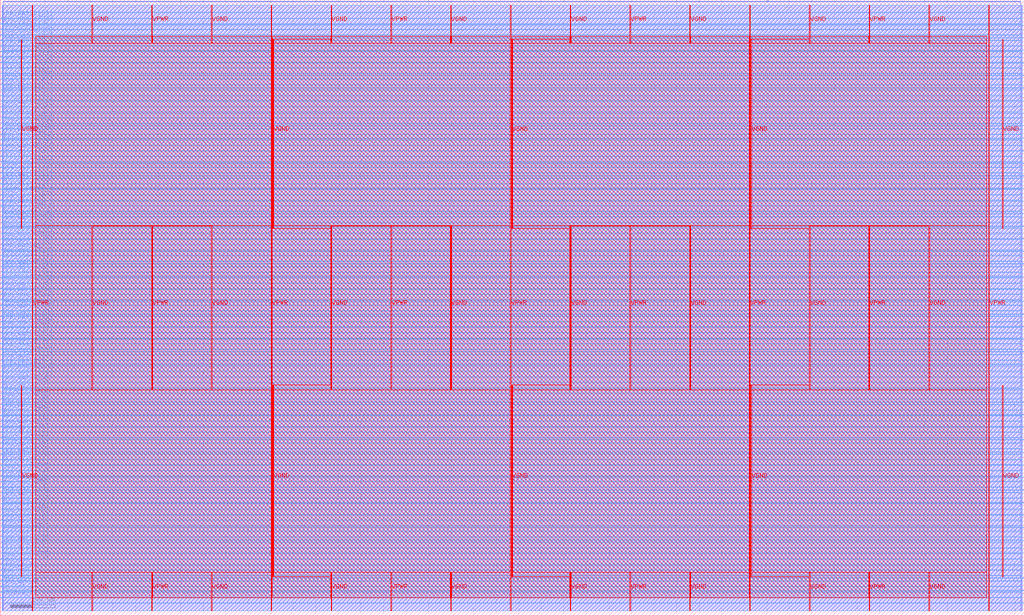
<source format=lef>
VERSION 5.7 ;
  NOWIREEXTENSIONATPIN ON ;
  DIVIDERCHAR "/" ;
  BUSBITCHARS "[]" ;
MACRO pyfive_top
  CLASS BLOCK ;
  FOREIGN pyfive_top ;
  ORIGIN 0.000 0.000 ;
  SIZE 2270.680 BY 1367.170 ;
  PIN VGND
    DIRECTION INOUT ;
    USE GROUND ;
    PORT
      LAYER met4 ;
        RECT 203.295 10.640 204.895 95.820 ;
    END
    PORT
      LAYER met4 ;
        RECT 203.295 501.680 204.895 865.490 ;
    END
    PORT
      LAYER met4 ;
        RECT 203.295 1271.350 204.895 1354.800 ;
    END
    PORT
      LAYER met4 ;
        RECT 468.445 10.640 470.045 95.820 ;
    END
    PORT
      LAYER met4 ;
        RECT 468.445 501.680 470.045 865.490 ;
    END
    PORT
      LAYER met4 ;
        RECT 468.445 1271.350 470.045 1354.800 ;
    END
    PORT
      LAYER met4 ;
        RECT 733.595 10.640 735.195 95.820 ;
    END
    PORT
      LAYER met4 ;
        RECT 733.595 501.680 735.195 865.490 ;
    END
    PORT
      LAYER met4 ;
        RECT 733.595 1271.350 735.195 1354.800 ;
    END
    PORT
      LAYER met4 ;
        RECT 998.745 10.640 1000.345 95.820 ;
    END
    PORT
      LAYER met4 ;
        RECT 998.745 501.680 1000.345 865.490 ;
    END
    PORT
      LAYER met4 ;
        RECT 998.745 1271.350 1000.345 1354.800 ;
    END
    PORT
      LAYER met4 ;
        RECT 1263.895 10.640 1265.495 95.820 ;
    END
    PORT
      LAYER met4 ;
        RECT 1263.895 501.680 1265.495 865.490 ;
    END
    PORT
      LAYER met4 ;
        RECT 1263.895 1271.350 1265.495 1354.800 ;
    END
    PORT
      LAYER met4 ;
        RECT 1529.045 10.640 1530.645 95.820 ;
    END
    PORT
      LAYER met4 ;
        RECT 1529.045 501.680 1530.645 865.490 ;
    END
    PORT
      LAYER met4 ;
        RECT 1529.045 1271.350 1530.645 1354.800 ;
    END
    PORT
      LAYER met4 ;
        RECT 1794.195 10.640 1795.795 95.820 ;
    END
    PORT
      LAYER met4 ;
        RECT 1794.195 501.680 1795.795 865.490 ;
    END
    PORT
      LAYER met4 ;
        RECT 1794.195 1271.350 1795.795 1354.800 ;
    END
    PORT
      LAYER met4 ;
        RECT 2059.345 10.640 2060.945 95.820 ;
    END
    PORT
      LAYER met4 ;
        RECT 2059.345 501.680 2060.945 865.490 ;
    END
    PORT
      LAYER met4 ;
        RECT 2059.345 1271.350 2060.945 1354.800 ;
    END
    PORT
      LAYER met4 ;
        RECT 46.580 86.800 48.180 511.600 ;
    END
    PORT
      LAYER met4 ;
        RECT 604.100 859.280 605.700 1278.640 ;
    END
    PORT
      LAYER met4 ;
        RECT 46.580 859.280 48.180 1278.640 ;
    END
    PORT
      LAYER met4 ;
        RECT 604.100 86.800 605.700 511.600 ;
    END
    PORT
      LAYER met4 ;
        RECT 1134.020 86.800 1135.620 511.600 ;
    END
    PORT
      LAYER met4 ;
        RECT 1664.860 859.280 1666.460 1278.640 ;
    END
    PORT
      LAYER met4 ;
        RECT 1134.020 859.280 1135.620 1278.640 ;
    END
    PORT
      LAYER met4 ;
        RECT 1664.860 86.800 1666.460 511.600 ;
    END
    PORT
      LAYER met4 ;
        RECT 2222.380 86.800 2223.980 511.600 ;
    END
    PORT
      LAYER met4 ;
        RECT 2222.380 859.280 2223.980 1278.640 ;
    END
  END VGND
  PIN VPWR
    DIRECTION INOUT ;
    USE POWER ;
    PORT
      LAYER met4 ;
        RECT 70.720 10.640 72.320 1354.800 ;
    END
    PORT
      LAYER met4 ;
        RECT 335.870 10.640 337.470 95.820 ;
    END
    PORT
      LAYER met4 ;
        RECT 335.870 501.680 337.470 864.870 ;
    END
    PORT
      LAYER met4 ;
        RECT 335.870 1271.350 337.470 1354.800 ;
    END
    PORT
      LAYER met4 ;
        RECT 601.020 10.640 602.620 1354.800 ;
    END
    PORT
      LAYER met4 ;
        RECT 866.170 10.640 867.770 95.820 ;
    END
    PORT
      LAYER met4 ;
        RECT 866.170 501.680 867.770 864.870 ;
    END
    PORT
      LAYER met4 ;
        RECT 866.170 1271.350 867.770 1354.800 ;
    END
    PORT
      LAYER met4 ;
        RECT 1131.320 10.640 1132.920 1354.800 ;
    END
    PORT
      LAYER met4 ;
        RECT 1396.470 10.640 1398.070 95.820 ;
    END
    PORT
      LAYER met4 ;
        RECT 1396.470 501.680 1398.070 864.870 ;
    END
    PORT
      LAYER met4 ;
        RECT 1396.470 1271.350 1398.070 1354.800 ;
    END
    PORT
      LAYER met4 ;
        RECT 1661.620 10.640 1663.220 1354.800 ;
    END
    PORT
      LAYER met4 ;
        RECT 1926.770 10.640 1928.370 95.820 ;
    END
    PORT
      LAYER met4 ;
        RECT 1926.770 501.680 1928.370 864.870 ;
    END
    PORT
      LAYER met4 ;
        RECT 1926.770 1271.350 1928.370 1354.800 ;
    END
    PORT
      LAYER met4 ;
        RECT 2191.920 10.640 2193.520 1354.800 ;
    END
  END VPWR
  PIN io_in[0]
    DIRECTION INPUT ;
    USE SIGNAL ;
    PORT
      LAYER met3 ;
        RECT 2266.680 27.920 2270.680 28.520 ;
    END
  END io_in[0]
  PIN io_in[10]
    DIRECTION INPUT ;
    USE SIGNAL ;
    PORT
      LAYER met3 ;
        RECT 2266.680 864.320 2270.680 864.920 ;
    END
  END io_in[10]
  PIN io_in[11]
    DIRECTION INPUT ;
    USE SIGNAL ;
    PORT
      LAYER met3 ;
        RECT 2266.680 947.960 2270.680 948.560 ;
    END
  END io_in[11]
  PIN io_in[12]
    DIRECTION INPUT ;
    USE SIGNAL ;
    PORT
      LAYER met3 ;
        RECT 2266.680 1031.600 2270.680 1032.200 ;
    END
  END io_in[12]
  PIN io_in[13]
    DIRECTION INPUT ;
    USE SIGNAL ;
    PORT
      LAYER met3 ;
        RECT 2266.680 1115.240 2270.680 1115.840 ;
    END
  END io_in[13]
  PIN io_in[14]
    DIRECTION INPUT ;
    USE SIGNAL ;
    PORT
      LAYER met3 ;
        RECT 2266.680 1198.880 2270.680 1199.480 ;
    END
  END io_in[14]
  PIN io_in[15]
    DIRECTION INPUT ;
    USE SIGNAL ;
    PORT
      LAYER met3 ;
        RECT 2266.680 1282.520 2270.680 1283.120 ;
    END
  END io_in[15]
  PIN io_in[1]
    DIRECTION INPUT ;
    USE SIGNAL ;
    PORT
      LAYER met3 ;
        RECT 2266.680 111.560 2270.680 112.160 ;
    END
  END io_in[1]
  PIN io_in[2]
    DIRECTION INPUT ;
    USE SIGNAL ;
    PORT
      LAYER met3 ;
        RECT 2266.680 195.200 2270.680 195.800 ;
    END
  END io_in[2]
  PIN io_in[3]
    DIRECTION INPUT ;
    USE SIGNAL ;
    PORT
      LAYER met3 ;
        RECT 2266.680 278.840 2270.680 279.440 ;
    END
  END io_in[3]
  PIN io_in[4]
    DIRECTION INPUT ;
    USE SIGNAL ;
    PORT
      LAYER met3 ;
        RECT 2266.680 362.480 2270.680 363.080 ;
    END
  END io_in[4]
  PIN io_in[5]
    DIRECTION INPUT ;
    USE SIGNAL ;
    PORT
      LAYER met3 ;
        RECT 2266.680 446.120 2270.680 446.720 ;
    END
  END io_in[5]
  PIN io_in[6]
    DIRECTION INPUT ;
    USE SIGNAL ;
    PORT
      LAYER met3 ;
        RECT 2266.680 529.760 2270.680 530.360 ;
    END
  END io_in[6]
  PIN io_in[7]
    DIRECTION INPUT ;
    USE SIGNAL ;
    PORT
      LAYER met3 ;
        RECT 2266.680 613.400 2270.680 614.000 ;
    END
  END io_in[7]
  PIN io_in[8]
    DIRECTION INPUT ;
    USE SIGNAL ;
    PORT
      LAYER met3 ;
        RECT 2266.680 697.040 2270.680 697.640 ;
    END
  END io_in[8]
  PIN io_in[9]
    DIRECTION INPUT ;
    USE SIGNAL ;
    PORT
      LAYER met3 ;
        RECT 2266.680 780.680 2270.680 781.280 ;
    END
  END io_in[9]
  PIN io_oeb[0]
    DIRECTION OUTPUT TRISTATE ;
    USE SIGNAL ;
    PORT
      LAYER met3 ;
        RECT 2266.680 55.800 2270.680 56.400 ;
    END
  END io_oeb[0]
  PIN io_oeb[10]
    DIRECTION OUTPUT TRISTATE ;
    USE SIGNAL ;
    PORT
      LAYER met3 ;
        RECT 2266.680 892.200 2270.680 892.800 ;
    END
  END io_oeb[10]
  PIN io_oeb[11]
    DIRECTION OUTPUT TRISTATE ;
    USE SIGNAL ;
    PORT
      LAYER met3 ;
        RECT 2266.680 975.840 2270.680 976.440 ;
    END
  END io_oeb[11]
  PIN io_oeb[12]
    DIRECTION OUTPUT TRISTATE ;
    USE SIGNAL ;
    PORT
      LAYER met3 ;
        RECT 2266.680 1059.480 2270.680 1060.080 ;
    END
  END io_oeb[12]
  PIN io_oeb[13]
    DIRECTION OUTPUT TRISTATE ;
    USE SIGNAL ;
    PORT
      LAYER met3 ;
        RECT 2266.680 1143.120 2270.680 1143.720 ;
    END
  END io_oeb[13]
  PIN io_oeb[14]
    DIRECTION OUTPUT TRISTATE ;
    USE SIGNAL ;
    PORT
      LAYER met3 ;
        RECT 2266.680 1226.760 2270.680 1227.360 ;
    END
  END io_oeb[14]
  PIN io_oeb[15]
    DIRECTION OUTPUT TRISTATE ;
    USE SIGNAL ;
    PORT
      LAYER met3 ;
        RECT 2266.680 1310.400 2270.680 1311.000 ;
    END
  END io_oeb[15]
  PIN io_oeb[1]
    DIRECTION OUTPUT TRISTATE ;
    USE SIGNAL ;
    PORT
      LAYER met3 ;
        RECT 2266.680 139.440 2270.680 140.040 ;
    END
  END io_oeb[1]
  PIN io_oeb[2]
    DIRECTION OUTPUT TRISTATE ;
    USE SIGNAL ;
    PORT
      LAYER met3 ;
        RECT 2266.680 223.080 2270.680 223.680 ;
    END
  END io_oeb[2]
  PIN io_oeb[3]
    DIRECTION OUTPUT TRISTATE ;
    USE SIGNAL ;
    PORT
      LAYER met3 ;
        RECT 2266.680 306.720 2270.680 307.320 ;
    END
  END io_oeb[3]
  PIN io_oeb[4]
    DIRECTION OUTPUT TRISTATE ;
    USE SIGNAL ;
    PORT
      LAYER met3 ;
        RECT 2266.680 390.360 2270.680 390.960 ;
    END
  END io_oeb[4]
  PIN io_oeb[5]
    DIRECTION OUTPUT TRISTATE ;
    USE SIGNAL ;
    PORT
      LAYER met3 ;
        RECT 2266.680 474.000 2270.680 474.600 ;
    END
  END io_oeb[5]
  PIN io_oeb[6]
    DIRECTION OUTPUT TRISTATE ;
    USE SIGNAL ;
    PORT
      LAYER met3 ;
        RECT 2266.680 557.640 2270.680 558.240 ;
    END
  END io_oeb[6]
  PIN io_oeb[7]
    DIRECTION OUTPUT TRISTATE ;
    USE SIGNAL ;
    PORT
      LAYER met3 ;
        RECT 2266.680 641.280 2270.680 641.880 ;
    END
  END io_oeb[7]
  PIN io_oeb[8]
    DIRECTION OUTPUT TRISTATE ;
    USE SIGNAL ;
    PORT
      LAYER met3 ;
        RECT 2266.680 724.920 2270.680 725.520 ;
    END
  END io_oeb[8]
  PIN io_oeb[9]
    DIRECTION OUTPUT TRISTATE ;
    USE SIGNAL ;
    PORT
      LAYER met3 ;
        RECT 2266.680 808.560 2270.680 809.160 ;
    END
  END io_oeb[9]
  PIN io_out[0]
    DIRECTION OUTPUT TRISTATE ;
    USE SIGNAL ;
    PORT
      LAYER met3 ;
        RECT 2266.680 83.680 2270.680 84.280 ;
    END
  END io_out[0]
  PIN io_out[10]
    DIRECTION OUTPUT TRISTATE ;
    USE SIGNAL ;
    PORT
      LAYER met3 ;
        RECT 2266.680 920.080 2270.680 920.680 ;
    END
  END io_out[10]
  PIN io_out[11]
    DIRECTION OUTPUT TRISTATE ;
    USE SIGNAL ;
    PORT
      LAYER met3 ;
        RECT 2266.680 1003.720 2270.680 1004.320 ;
    END
  END io_out[11]
  PIN io_out[12]
    DIRECTION OUTPUT TRISTATE ;
    USE SIGNAL ;
    PORT
      LAYER met3 ;
        RECT 2266.680 1087.360 2270.680 1087.960 ;
    END
  END io_out[12]
  PIN io_out[13]
    DIRECTION OUTPUT TRISTATE ;
    USE SIGNAL ;
    PORT
      LAYER met3 ;
        RECT 2266.680 1171.000 2270.680 1171.600 ;
    END
  END io_out[13]
  PIN io_out[14]
    DIRECTION OUTPUT TRISTATE ;
    USE SIGNAL ;
    PORT
      LAYER met3 ;
        RECT 2266.680 1254.640 2270.680 1255.240 ;
    END
  END io_out[14]
  PIN io_out[15]
    DIRECTION OUTPUT TRISTATE ;
    USE SIGNAL ;
    PORT
      LAYER met3 ;
        RECT 2266.680 1338.280 2270.680 1338.880 ;
    END
  END io_out[15]
  PIN io_out[1]
    DIRECTION OUTPUT TRISTATE ;
    USE SIGNAL ;
    PORT
      LAYER met3 ;
        RECT 2266.680 167.320 2270.680 167.920 ;
    END
  END io_out[1]
  PIN io_out[2]
    DIRECTION OUTPUT TRISTATE ;
    USE SIGNAL ;
    PORT
      LAYER met3 ;
        RECT 2266.680 250.960 2270.680 251.560 ;
    END
  END io_out[2]
  PIN io_out[3]
    DIRECTION OUTPUT TRISTATE ;
    USE SIGNAL ;
    PORT
      LAYER met3 ;
        RECT 2266.680 334.600 2270.680 335.200 ;
    END
  END io_out[3]
  PIN io_out[4]
    DIRECTION OUTPUT TRISTATE ;
    USE SIGNAL ;
    PORT
      LAYER met3 ;
        RECT 2266.680 418.240 2270.680 418.840 ;
    END
  END io_out[4]
  PIN io_out[5]
    DIRECTION OUTPUT TRISTATE ;
    USE SIGNAL ;
    PORT
      LAYER met3 ;
        RECT 2266.680 501.880 2270.680 502.480 ;
    END
  END io_out[5]
  PIN io_out[6]
    DIRECTION OUTPUT TRISTATE ;
    USE SIGNAL ;
    PORT
      LAYER met3 ;
        RECT 2266.680 585.520 2270.680 586.120 ;
    END
  END io_out[6]
  PIN io_out[7]
    DIRECTION OUTPUT TRISTATE ;
    USE SIGNAL ;
    PORT
      LAYER met3 ;
        RECT 2266.680 669.160 2270.680 669.760 ;
    END
  END io_out[7]
  PIN io_out[8]
    DIRECTION OUTPUT TRISTATE ;
    USE SIGNAL ;
    PORT
      LAYER met3 ;
        RECT 2266.680 752.800 2270.680 753.400 ;
    END
  END io_out[8]
  PIN io_out[9]
    DIRECTION OUTPUT TRISTATE ;
    USE SIGNAL ;
    PORT
      LAYER met3 ;
        RECT 2266.680 836.440 2270.680 837.040 ;
    END
  END io_out[9]
  PIN one
    DIRECTION OUTPUT TRISTATE ;
    USE SIGNAL ;
    PORT
      LAYER met2 ;
        RECT 1702.550 1363.170 1702.830 1367.170 ;
    END
  END one
  PIN wb_clk_i
    DIRECTION INPUT ;
    USE SIGNAL ;
    PORT
      LAYER met3 ;
        RECT 0.000 40.160 4.000 40.760 ;
    END
  END wb_clk_i
  PIN wb_rst_i
    DIRECTION INPUT ;
    USE SIGNAL ;
    PORT
      LAYER met3 ;
        RECT 0.000 52.400 4.000 53.000 ;
    END
  END wb_rst_i
  PIN wbs_ack_o
    DIRECTION OUTPUT TRISTATE ;
    USE SIGNAL ;
    PORT
      LAYER met3 ;
        RECT 0.000 64.640 4.000 65.240 ;
    END
  END wbs_ack_o
  PIN wbs_adr_i[0]
    DIRECTION INPUT ;
    USE SIGNAL ;
    PORT
      LAYER met3 ;
        RECT 0.000 113.600 4.000 114.200 ;
    END
  END wbs_adr_i[0]
  PIN wbs_adr_i[10]
    DIRECTION INPUT ;
    USE SIGNAL ;
    PORT
      LAYER met3 ;
        RECT 0.000 529.760 4.000 530.360 ;
    END
  END wbs_adr_i[10]
  PIN wbs_adr_i[11]
    DIRECTION INPUT ;
    USE SIGNAL ;
    PORT
      LAYER met3 ;
        RECT 0.000 566.480 4.000 567.080 ;
    END
  END wbs_adr_i[11]
  PIN wbs_adr_i[12]
    DIRECTION INPUT ;
    USE SIGNAL ;
    PORT
      LAYER met3 ;
        RECT 0.000 603.200 4.000 603.800 ;
    END
  END wbs_adr_i[12]
  PIN wbs_adr_i[13]
    DIRECTION INPUT ;
    USE SIGNAL ;
    PORT
      LAYER met3 ;
        RECT 0.000 639.920 4.000 640.520 ;
    END
  END wbs_adr_i[13]
  PIN wbs_adr_i[14]
    DIRECTION INPUT ;
    USE SIGNAL ;
    PORT
      LAYER met3 ;
        RECT 0.000 676.640 4.000 677.240 ;
    END
  END wbs_adr_i[14]
  PIN wbs_adr_i[15]
    DIRECTION INPUT ;
    USE SIGNAL ;
    PORT
      LAYER met3 ;
        RECT 0.000 713.360 4.000 713.960 ;
    END
  END wbs_adr_i[15]
  PIN wbs_adr_i[16]
    DIRECTION INPUT ;
    USE SIGNAL ;
    PORT
      LAYER met3 ;
        RECT 0.000 750.080 4.000 750.680 ;
    END
  END wbs_adr_i[16]
  PIN wbs_adr_i[17]
    DIRECTION INPUT ;
    USE SIGNAL ;
    PORT
      LAYER met3 ;
        RECT 0.000 786.800 4.000 787.400 ;
    END
  END wbs_adr_i[17]
  PIN wbs_adr_i[18]
    DIRECTION INPUT ;
    USE SIGNAL ;
    PORT
      LAYER met3 ;
        RECT 0.000 823.520 4.000 824.120 ;
    END
  END wbs_adr_i[18]
  PIN wbs_adr_i[19]
    DIRECTION INPUT ;
    USE SIGNAL ;
    PORT
      LAYER met3 ;
        RECT 0.000 860.240 4.000 860.840 ;
    END
  END wbs_adr_i[19]
  PIN wbs_adr_i[1]
    DIRECTION INPUT ;
    USE SIGNAL ;
    PORT
      LAYER met3 ;
        RECT 0.000 162.560 4.000 163.160 ;
    END
  END wbs_adr_i[1]
  PIN wbs_adr_i[20]
    DIRECTION INPUT ;
    USE SIGNAL ;
    PORT
      LAYER met3 ;
        RECT 0.000 896.960 4.000 897.560 ;
    END
  END wbs_adr_i[20]
  PIN wbs_adr_i[21]
    DIRECTION INPUT ;
    USE SIGNAL ;
    PORT
      LAYER met3 ;
        RECT 0.000 933.680 4.000 934.280 ;
    END
  END wbs_adr_i[21]
  PIN wbs_adr_i[22]
    DIRECTION INPUT ;
    USE SIGNAL ;
    PORT
      LAYER met3 ;
        RECT 0.000 970.400 4.000 971.000 ;
    END
  END wbs_adr_i[22]
  PIN wbs_adr_i[23]
    DIRECTION INPUT ;
    USE SIGNAL ;
    PORT
      LAYER met3 ;
        RECT 0.000 1007.120 4.000 1007.720 ;
    END
  END wbs_adr_i[23]
  PIN wbs_adr_i[24]
    DIRECTION INPUT ;
    USE SIGNAL ;
    PORT
      LAYER met3 ;
        RECT 0.000 1043.840 4.000 1044.440 ;
    END
  END wbs_adr_i[24]
  PIN wbs_adr_i[25]
    DIRECTION INPUT ;
    USE SIGNAL ;
    PORT
      LAYER met3 ;
        RECT 0.000 1080.560 4.000 1081.160 ;
    END
  END wbs_adr_i[25]
  PIN wbs_adr_i[26]
    DIRECTION INPUT ;
    USE SIGNAL ;
    PORT
      LAYER met3 ;
        RECT 0.000 1117.280 4.000 1117.880 ;
    END
  END wbs_adr_i[26]
  PIN wbs_adr_i[27]
    DIRECTION INPUT ;
    USE SIGNAL ;
    PORT
      LAYER met3 ;
        RECT 0.000 1154.000 4.000 1154.600 ;
    END
  END wbs_adr_i[27]
  PIN wbs_adr_i[28]
    DIRECTION INPUT ;
    USE SIGNAL ;
    PORT
      LAYER met3 ;
        RECT 0.000 1190.720 4.000 1191.320 ;
    END
  END wbs_adr_i[28]
  PIN wbs_adr_i[29]
    DIRECTION INPUT ;
    USE SIGNAL ;
    PORT
      LAYER met3 ;
        RECT 0.000 1227.440 4.000 1228.040 ;
    END
  END wbs_adr_i[29]
  PIN wbs_adr_i[2]
    DIRECTION INPUT ;
    USE SIGNAL ;
    PORT
      LAYER met3 ;
        RECT 0.000 211.520 4.000 212.120 ;
    END
  END wbs_adr_i[2]
  PIN wbs_adr_i[30]
    DIRECTION INPUT ;
    USE SIGNAL ;
    PORT
      LAYER met3 ;
        RECT 0.000 1264.160 4.000 1264.760 ;
    END
  END wbs_adr_i[30]
  PIN wbs_adr_i[31]
    DIRECTION INPUT ;
    USE SIGNAL ;
    PORT
      LAYER met3 ;
        RECT 0.000 1300.880 4.000 1301.480 ;
    END
  END wbs_adr_i[31]
  PIN wbs_adr_i[3]
    DIRECTION INPUT ;
    USE SIGNAL ;
    PORT
      LAYER met3 ;
        RECT 0.000 260.480 4.000 261.080 ;
    END
  END wbs_adr_i[3]
  PIN wbs_adr_i[4]
    DIRECTION INPUT ;
    USE SIGNAL ;
    PORT
      LAYER met3 ;
        RECT 0.000 309.440 4.000 310.040 ;
    END
  END wbs_adr_i[4]
  PIN wbs_adr_i[5]
    DIRECTION INPUT ;
    USE SIGNAL ;
    PORT
      LAYER met3 ;
        RECT 0.000 346.160 4.000 346.760 ;
    END
  END wbs_adr_i[5]
  PIN wbs_adr_i[6]
    DIRECTION INPUT ;
    USE SIGNAL ;
    PORT
      LAYER met3 ;
        RECT 0.000 382.880 4.000 383.480 ;
    END
  END wbs_adr_i[6]
  PIN wbs_adr_i[7]
    DIRECTION INPUT ;
    USE SIGNAL ;
    PORT
      LAYER met3 ;
        RECT 0.000 419.600 4.000 420.200 ;
    END
  END wbs_adr_i[7]
  PIN wbs_adr_i[8]
    DIRECTION INPUT ;
    USE SIGNAL ;
    PORT
      LAYER met3 ;
        RECT 0.000 456.320 4.000 456.920 ;
    END
  END wbs_adr_i[8]
  PIN wbs_adr_i[9]
    DIRECTION INPUT ;
    USE SIGNAL ;
    PORT
      LAYER met3 ;
        RECT 0.000 493.040 4.000 493.640 ;
    END
  END wbs_adr_i[9]
  PIN wbs_cyc_i
    DIRECTION INPUT ;
    USE SIGNAL ;
    PORT
      LAYER met3 ;
        RECT 0.000 76.880 4.000 77.480 ;
    END
  END wbs_cyc_i
  PIN wbs_dat_i[0]
    DIRECTION INPUT ;
    USE SIGNAL ;
    PORT
      LAYER met3 ;
        RECT 0.000 125.840 4.000 126.440 ;
    END
  END wbs_dat_i[0]
  PIN wbs_dat_i[10]
    DIRECTION INPUT ;
    USE SIGNAL ;
    PORT
      LAYER met3 ;
        RECT 0.000 542.000 4.000 542.600 ;
    END
  END wbs_dat_i[10]
  PIN wbs_dat_i[11]
    DIRECTION INPUT ;
    USE SIGNAL ;
    PORT
      LAYER met3 ;
        RECT 0.000 578.720 4.000 579.320 ;
    END
  END wbs_dat_i[11]
  PIN wbs_dat_i[12]
    DIRECTION INPUT ;
    USE SIGNAL ;
    PORT
      LAYER met3 ;
        RECT 0.000 615.440 4.000 616.040 ;
    END
  END wbs_dat_i[12]
  PIN wbs_dat_i[13]
    DIRECTION INPUT ;
    USE SIGNAL ;
    PORT
      LAYER met3 ;
        RECT 0.000 652.160 4.000 652.760 ;
    END
  END wbs_dat_i[13]
  PIN wbs_dat_i[14]
    DIRECTION INPUT ;
    USE SIGNAL ;
    PORT
      LAYER met3 ;
        RECT 0.000 688.880 4.000 689.480 ;
    END
  END wbs_dat_i[14]
  PIN wbs_dat_i[15]
    DIRECTION INPUT ;
    USE SIGNAL ;
    PORT
      LAYER met3 ;
        RECT 0.000 725.600 4.000 726.200 ;
    END
  END wbs_dat_i[15]
  PIN wbs_dat_i[16]
    DIRECTION INPUT ;
    USE SIGNAL ;
    PORT
      LAYER met3 ;
        RECT 0.000 762.320 4.000 762.920 ;
    END
  END wbs_dat_i[16]
  PIN wbs_dat_i[17]
    DIRECTION INPUT ;
    USE SIGNAL ;
    PORT
      LAYER met3 ;
        RECT 0.000 799.040 4.000 799.640 ;
    END
  END wbs_dat_i[17]
  PIN wbs_dat_i[18]
    DIRECTION INPUT ;
    USE SIGNAL ;
    PORT
      LAYER met3 ;
        RECT 0.000 835.760 4.000 836.360 ;
    END
  END wbs_dat_i[18]
  PIN wbs_dat_i[19]
    DIRECTION INPUT ;
    USE SIGNAL ;
    PORT
      LAYER met3 ;
        RECT 0.000 872.480 4.000 873.080 ;
    END
  END wbs_dat_i[19]
  PIN wbs_dat_i[1]
    DIRECTION INPUT ;
    USE SIGNAL ;
    PORT
      LAYER met3 ;
        RECT 0.000 174.800 4.000 175.400 ;
    END
  END wbs_dat_i[1]
  PIN wbs_dat_i[20]
    DIRECTION INPUT ;
    USE SIGNAL ;
    PORT
      LAYER met3 ;
        RECT 0.000 909.200 4.000 909.800 ;
    END
  END wbs_dat_i[20]
  PIN wbs_dat_i[21]
    DIRECTION INPUT ;
    USE SIGNAL ;
    PORT
      LAYER met3 ;
        RECT 0.000 945.920 4.000 946.520 ;
    END
  END wbs_dat_i[21]
  PIN wbs_dat_i[22]
    DIRECTION INPUT ;
    USE SIGNAL ;
    PORT
      LAYER met3 ;
        RECT 0.000 982.640 4.000 983.240 ;
    END
  END wbs_dat_i[22]
  PIN wbs_dat_i[23]
    DIRECTION INPUT ;
    USE SIGNAL ;
    PORT
      LAYER met3 ;
        RECT 0.000 1019.360 4.000 1019.960 ;
    END
  END wbs_dat_i[23]
  PIN wbs_dat_i[24]
    DIRECTION INPUT ;
    USE SIGNAL ;
    PORT
      LAYER met3 ;
        RECT 0.000 1056.080 4.000 1056.680 ;
    END
  END wbs_dat_i[24]
  PIN wbs_dat_i[25]
    DIRECTION INPUT ;
    USE SIGNAL ;
    PORT
      LAYER met3 ;
        RECT 0.000 1092.800 4.000 1093.400 ;
    END
  END wbs_dat_i[25]
  PIN wbs_dat_i[26]
    DIRECTION INPUT ;
    USE SIGNAL ;
    PORT
      LAYER met3 ;
        RECT 0.000 1129.520 4.000 1130.120 ;
    END
  END wbs_dat_i[26]
  PIN wbs_dat_i[27]
    DIRECTION INPUT ;
    USE SIGNAL ;
    PORT
      LAYER met3 ;
        RECT 0.000 1166.240 4.000 1166.840 ;
    END
  END wbs_dat_i[27]
  PIN wbs_dat_i[28]
    DIRECTION INPUT ;
    USE SIGNAL ;
    PORT
      LAYER met3 ;
        RECT 0.000 1202.960 4.000 1203.560 ;
    END
  END wbs_dat_i[28]
  PIN wbs_dat_i[29]
    DIRECTION INPUT ;
    USE SIGNAL ;
    PORT
      LAYER met3 ;
        RECT 0.000 1239.680 4.000 1240.280 ;
    END
  END wbs_dat_i[29]
  PIN wbs_dat_i[2]
    DIRECTION INPUT ;
    USE SIGNAL ;
    PORT
      LAYER met3 ;
        RECT 0.000 223.760 4.000 224.360 ;
    END
  END wbs_dat_i[2]
  PIN wbs_dat_i[30]
    DIRECTION INPUT ;
    USE SIGNAL ;
    PORT
      LAYER met3 ;
        RECT 0.000 1276.400 4.000 1277.000 ;
    END
  END wbs_dat_i[30]
  PIN wbs_dat_i[31]
    DIRECTION INPUT ;
    USE SIGNAL ;
    PORT
      LAYER met3 ;
        RECT 0.000 1313.120 4.000 1313.720 ;
    END
  END wbs_dat_i[31]
  PIN wbs_dat_i[3]
    DIRECTION INPUT ;
    USE SIGNAL ;
    PORT
      LAYER met3 ;
        RECT 0.000 272.720 4.000 273.320 ;
    END
  END wbs_dat_i[3]
  PIN wbs_dat_i[4]
    DIRECTION INPUT ;
    USE SIGNAL ;
    PORT
      LAYER met3 ;
        RECT 0.000 321.680 4.000 322.280 ;
    END
  END wbs_dat_i[4]
  PIN wbs_dat_i[5]
    DIRECTION INPUT ;
    USE SIGNAL ;
    PORT
      LAYER met3 ;
        RECT 0.000 358.400 4.000 359.000 ;
    END
  END wbs_dat_i[5]
  PIN wbs_dat_i[6]
    DIRECTION INPUT ;
    USE SIGNAL ;
    PORT
      LAYER met3 ;
        RECT 0.000 395.120 4.000 395.720 ;
    END
  END wbs_dat_i[6]
  PIN wbs_dat_i[7]
    DIRECTION INPUT ;
    USE SIGNAL ;
    PORT
      LAYER met3 ;
        RECT 0.000 431.840 4.000 432.440 ;
    END
  END wbs_dat_i[7]
  PIN wbs_dat_i[8]
    DIRECTION INPUT ;
    USE SIGNAL ;
    PORT
      LAYER met3 ;
        RECT 0.000 468.560 4.000 469.160 ;
    END
  END wbs_dat_i[8]
  PIN wbs_dat_i[9]
    DIRECTION INPUT ;
    USE SIGNAL ;
    PORT
      LAYER met3 ;
        RECT 0.000 505.280 4.000 505.880 ;
    END
  END wbs_dat_i[9]
  PIN wbs_dat_o[0]
    DIRECTION OUTPUT TRISTATE ;
    USE SIGNAL ;
    PORT
      LAYER met3 ;
        RECT 0.000 138.080 4.000 138.680 ;
    END
  END wbs_dat_o[0]
  PIN wbs_dat_o[10]
    DIRECTION OUTPUT TRISTATE ;
    USE SIGNAL ;
    PORT
      LAYER met3 ;
        RECT 0.000 554.240 4.000 554.840 ;
    END
  END wbs_dat_o[10]
  PIN wbs_dat_o[11]
    DIRECTION OUTPUT TRISTATE ;
    USE SIGNAL ;
    PORT
      LAYER met3 ;
        RECT 0.000 590.960 4.000 591.560 ;
    END
  END wbs_dat_o[11]
  PIN wbs_dat_o[12]
    DIRECTION OUTPUT TRISTATE ;
    USE SIGNAL ;
    PORT
      LAYER met3 ;
        RECT 0.000 627.680 4.000 628.280 ;
    END
  END wbs_dat_o[12]
  PIN wbs_dat_o[13]
    DIRECTION OUTPUT TRISTATE ;
    USE SIGNAL ;
    PORT
      LAYER met3 ;
        RECT 0.000 664.400 4.000 665.000 ;
    END
  END wbs_dat_o[13]
  PIN wbs_dat_o[14]
    DIRECTION OUTPUT TRISTATE ;
    USE SIGNAL ;
    PORT
      LAYER met3 ;
        RECT 0.000 701.120 4.000 701.720 ;
    END
  END wbs_dat_o[14]
  PIN wbs_dat_o[15]
    DIRECTION OUTPUT TRISTATE ;
    USE SIGNAL ;
    PORT
      LAYER met3 ;
        RECT 0.000 737.840 4.000 738.440 ;
    END
  END wbs_dat_o[15]
  PIN wbs_dat_o[16]
    DIRECTION OUTPUT TRISTATE ;
    USE SIGNAL ;
    PORT
      LAYER met3 ;
        RECT 0.000 774.560 4.000 775.160 ;
    END
  END wbs_dat_o[16]
  PIN wbs_dat_o[17]
    DIRECTION OUTPUT TRISTATE ;
    USE SIGNAL ;
    PORT
      LAYER met3 ;
        RECT 0.000 811.280 4.000 811.880 ;
    END
  END wbs_dat_o[17]
  PIN wbs_dat_o[18]
    DIRECTION OUTPUT TRISTATE ;
    USE SIGNAL ;
    PORT
      LAYER met3 ;
        RECT 0.000 848.000 4.000 848.600 ;
    END
  END wbs_dat_o[18]
  PIN wbs_dat_o[19]
    DIRECTION OUTPUT TRISTATE ;
    USE SIGNAL ;
    PORT
      LAYER met3 ;
        RECT 0.000 884.720 4.000 885.320 ;
    END
  END wbs_dat_o[19]
  PIN wbs_dat_o[1]
    DIRECTION OUTPUT TRISTATE ;
    USE SIGNAL ;
    PORT
      LAYER met3 ;
        RECT 0.000 187.040 4.000 187.640 ;
    END
  END wbs_dat_o[1]
  PIN wbs_dat_o[20]
    DIRECTION OUTPUT TRISTATE ;
    USE SIGNAL ;
    PORT
      LAYER met3 ;
        RECT 0.000 921.440 4.000 922.040 ;
    END
  END wbs_dat_o[20]
  PIN wbs_dat_o[21]
    DIRECTION OUTPUT TRISTATE ;
    USE SIGNAL ;
    PORT
      LAYER met3 ;
        RECT 0.000 958.160 4.000 958.760 ;
    END
  END wbs_dat_o[21]
  PIN wbs_dat_o[22]
    DIRECTION OUTPUT TRISTATE ;
    USE SIGNAL ;
    PORT
      LAYER met3 ;
        RECT 0.000 994.880 4.000 995.480 ;
    END
  END wbs_dat_o[22]
  PIN wbs_dat_o[23]
    DIRECTION OUTPUT TRISTATE ;
    USE SIGNAL ;
    PORT
      LAYER met3 ;
        RECT 0.000 1031.600 4.000 1032.200 ;
    END
  END wbs_dat_o[23]
  PIN wbs_dat_o[24]
    DIRECTION OUTPUT TRISTATE ;
    USE SIGNAL ;
    PORT
      LAYER met3 ;
        RECT 0.000 1068.320 4.000 1068.920 ;
    END
  END wbs_dat_o[24]
  PIN wbs_dat_o[25]
    DIRECTION OUTPUT TRISTATE ;
    USE SIGNAL ;
    PORT
      LAYER met3 ;
        RECT 0.000 1105.040 4.000 1105.640 ;
    END
  END wbs_dat_o[25]
  PIN wbs_dat_o[26]
    DIRECTION OUTPUT TRISTATE ;
    USE SIGNAL ;
    PORT
      LAYER met3 ;
        RECT 0.000 1141.760 4.000 1142.360 ;
    END
  END wbs_dat_o[26]
  PIN wbs_dat_o[27]
    DIRECTION OUTPUT TRISTATE ;
    USE SIGNAL ;
    PORT
      LAYER met3 ;
        RECT 0.000 1178.480 4.000 1179.080 ;
    END
  END wbs_dat_o[27]
  PIN wbs_dat_o[28]
    DIRECTION OUTPUT TRISTATE ;
    USE SIGNAL ;
    PORT
      LAYER met3 ;
        RECT 0.000 1215.200 4.000 1215.800 ;
    END
  END wbs_dat_o[28]
  PIN wbs_dat_o[29]
    DIRECTION OUTPUT TRISTATE ;
    USE SIGNAL ;
    PORT
      LAYER met3 ;
        RECT 0.000 1251.920 4.000 1252.520 ;
    END
  END wbs_dat_o[29]
  PIN wbs_dat_o[2]
    DIRECTION OUTPUT TRISTATE ;
    USE SIGNAL ;
    PORT
      LAYER met3 ;
        RECT 0.000 236.000 4.000 236.600 ;
    END
  END wbs_dat_o[2]
  PIN wbs_dat_o[30]
    DIRECTION OUTPUT TRISTATE ;
    USE SIGNAL ;
    PORT
      LAYER met3 ;
        RECT 0.000 1288.640 4.000 1289.240 ;
    END
  END wbs_dat_o[30]
  PIN wbs_dat_o[31]
    DIRECTION OUTPUT TRISTATE ;
    USE SIGNAL ;
    PORT
      LAYER met3 ;
        RECT 0.000 1325.360 4.000 1325.960 ;
    END
  END wbs_dat_o[31]
  PIN wbs_dat_o[3]
    DIRECTION OUTPUT TRISTATE ;
    USE SIGNAL ;
    PORT
      LAYER met3 ;
        RECT 0.000 284.960 4.000 285.560 ;
    END
  END wbs_dat_o[3]
  PIN wbs_dat_o[4]
    DIRECTION OUTPUT TRISTATE ;
    USE SIGNAL ;
    PORT
      LAYER met3 ;
        RECT 0.000 333.920 4.000 334.520 ;
    END
  END wbs_dat_o[4]
  PIN wbs_dat_o[5]
    DIRECTION OUTPUT TRISTATE ;
    USE SIGNAL ;
    PORT
      LAYER met3 ;
        RECT 0.000 370.640 4.000 371.240 ;
    END
  END wbs_dat_o[5]
  PIN wbs_dat_o[6]
    DIRECTION OUTPUT TRISTATE ;
    USE SIGNAL ;
    PORT
      LAYER met3 ;
        RECT 0.000 407.360 4.000 407.960 ;
    END
  END wbs_dat_o[6]
  PIN wbs_dat_o[7]
    DIRECTION OUTPUT TRISTATE ;
    USE SIGNAL ;
    PORT
      LAYER met3 ;
        RECT 0.000 444.080 4.000 444.680 ;
    END
  END wbs_dat_o[7]
  PIN wbs_dat_o[8]
    DIRECTION OUTPUT TRISTATE ;
    USE SIGNAL ;
    PORT
      LAYER met3 ;
        RECT 0.000 480.800 4.000 481.400 ;
    END
  END wbs_dat_o[8]
  PIN wbs_dat_o[9]
    DIRECTION OUTPUT TRISTATE ;
    USE SIGNAL ;
    PORT
      LAYER met3 ;
        RECT 0.000 517.520 4.000 518.120 ;
    END
  END wbs_dat_o[9]
  PIN wbs_sel_i[0]
    DIRECTION INPUT ;
    USE SIGNAL ;
    PORT
      LAYER met3 ;
        RECT 0.000 150.320 4.000 150.920 ;
    END
  END wbs_sel_i[0]
  PIN wbs_sel_i[1]
    DIRECTION INPUT ;
    USE SIGNAL ;
    PORT
      LAYER met3 ;
        RECT 0.000 199.280 4.000 199.880 ;
    END
  END wbs_sel_i[1]
  PIN wbs_sel_i[2]
    DIRECTION INPUT ;
    USE SIGNAL ;
    PORT
      LAYER met3 ;
        RECT 0.000 248.240 4.000 248.840 ;
    END
  END wbs_sel_i[2]
  PIN wbs_sel_i[3]
    DIRECTION INPUT ;
    USE SIGNAL ;
    PORT
      LAYER met3 ;
        RECT 0.000 297.200 4.000 297.800 ;
    END
  END wbs_sel_i[3]
  PIN wbs_stb_i
    DIRECTION INPUT ;
    USE SIGNAL ;
    PORT
      LAYER met3 ;
        RECT 0.000 89.120 4.000 89.720 ;
    END
  END wbs_stb_i
  PIN wbs_we_i
    DIRECTION INPUT ;
    USE SIGNAL ;
    PORT
      LAYER met3 ;
        RECT 0.000 101.360 4.000 101.960 ;
    END
  END wbs_we_i
  PIN zero
    DIRECTION OUTPUT TRISTATE ;
    USE SIGNAL ;
    PORT
      LAYER met2 ;
        RECT 567.270 1363.170 567.550 1367.170 ;
    END
  END zero
  OBS
      LAYER li1 ;
        RECT 5.520 10.795 2265.040 1354.645 ;
      LAYER met1 ;
        RECT 5.520 10.640 2265.040 1354.800 ;
      LAYER met2 ;
        RECT 7.000 1362.890 566.990 1363.810 ;
        RECT 567.830 1362.890 1702.270 1363.810 ;
        RECT 1703.110 1362.890 2262.650 1363.810 ;
        RECT 7.000 10.695 2262.650 1362.890 ;
      LAYER met3 ;
        RECT 4.000 1339.280 2266.680 1354.725 ;
        RECT 4.000 1337.880 2266.280 1339.280 ;
        RECT 4.000 1326.360 2266.680 1337.880 ;
        RECT 4.400 1324.960 2266.680 1326.360 ;
        RECT 4.000 1314.120 2266.680 1324.960 ;
        RECT 4.400 1312.720 2266.680 1314.120 ;
        RECT 4.000 1311.400 2266.680 1312.720 ;
        RECT 4.000 1310.000 2266.280 1311.400 ;
        RECT 4.000 1301.880 2266.680 1310.000 ;
        RECT 4.400 1300.480 2266.680 1301.880 ;
        RECT 4.000 1289.640 2266.680 1300.480 ;
        RECT 4.400 1288.240 2266.680 1289.640 ;
        RECT 4.000 1283.520 2266.680 1288.240 ;
        RECT 4.000 1282.120 2266.280 1283.520 ;
        RECT 4.000 1277.400 2266.680 1282.120 ;
        RECT 4.400 1276.000 2266.680 1277.400 ;
        RECT 4.000 1265.160 2266.680 1276.000 ;
        RECT 4.400 1263.760 2266.680 1265.160 ;
        RECT 4.000 1255.640 2266.680 1263.760 ;
        RECT 4.000 1254.240 2266.280 1255.640 ;
        RECT 4.000 1252.920 2266.680 1254.240 ;
        RECT 4.400 1251.520 2266.680 1252.920 ;
        RECT 4.000 1240.680 2266.680 1251.520 ;
        RECT 4.400 1239.280 2266.680 1240.680 ;
        RECT 4.000 1228.440 2266.680 1239.280 ;
        RECT 4.400 1227.760 2266.680 1228.440 ;
        RECT 4.400 1227.040 2266.280 1227.760 ;
        RECT 4.000 1226.360 2266.280 1227.040 ;
        RECT 4.000 1216.200 2266.680 1226.360 ;
        RECT 4.400 1214.800 2266.680 1216.200 ;
        RECT 4.000 1203.960 2266.680 1214.800 ;
        RECT 4.400 1202.560 2266.680 1203.960 ;
        RECT 4.000 1199.880 2266.680 1202.560 ;
        RECT 4.000 1198.480 2266.280 1199.880 ;
        RECT 4.000 1191.720 2266.680 1198.480 ;
        RECT 4.400 1190.320 2266.680 1191.720 ;
        RECT 4.000 1179.480 2266.680 1190.320 ;
        RECT 4.400 1178.080 2266.680 1179.480 ;
        RECT 4.000 1172.000 2266.680 1178.080 ;
        RECT 4.000 1170.600 2266.280 1172.000 ;
        RECT 4.000 1167.240 2266.680 1170.600 ;
        RECT 4.400 1165.840 2266.680 1167.240 ;
        RECT 4.000 1155.000 2266.680 1165.840 ;
        RECT 4.400 1153.600 2266.680 1155.000 ;
        RECT 4.000 1144.120 2266.680 1153.600 ;
        RECT 4.000 1142.760 2266.280 1144.120 ;
        RECT 4.400 1142.720 2266.280 1142.760 ;
        RECT 4.400 1141.360 2266.680 1142.720 ;
        RECT 4.000 1130.520 2266.680 1141.360 ;
        RECT 4.400 1129.120 2266.680 1130.520 ;
        RECT 4.000 1118.280 2266.680 1129.120 ;
        RECT 4.400 1116.880 2266.680 1118.280 ;
        RECT 4.000 1116.240 2266.680 1116.880 ;
        RECT 4.000 1114.840 2266.280 1116.240 ;
        RECT 4.000 1106.040 2266.680 1114.840 ;
        RECT 4.400 1104.640 2266.680 1106.040 ;
        RECT 4.000 1093.800 2266.680 1104.640 ;
        RECT 4.400 1092.400 2266.680 1093.800 ;
        RECT 4.000 1088.360 2266.680 1092.400 ;
        RECT 4.000 1086.960 2266.280 1088.360 ;
        RECT 4.000 1081.560 2266.680 1086.960 ;
        RECT 4.400 1080.160 2266.680 1081.560 ;
        RECT 4.000 1069.320 2266.680 1080.160 ;
        RECT 4.400 1067.920 2266.680 1069.320 ;
        RECT 4.000 1060.480 2266.680 1067.920 ;
        RECT 4.000 1059.080 2266.280 1060.480 ;
        RECT 4.000 1057.080 2266.680 1059.080 ;
        RECT 4.400 1055.680 2266.680 1057.080 ;
        RECT 4.000 1044.840 2266.680 1055.680 ;
        RECT 4.400 1043.440 2266.680 1044.840 ;
        RECT 4.000 1032.600 2266.680 1043.440 ;
        RECT 4.400 1031.200 2266.280 1032.600 ;
        RECT 4.000 1020.360 2266.680 1031.200 ;
        RECT 4.400 1018.960 2266.680 1020.360 ;
        RECT 4.000 1008.120 2266.680 1018.960 ;
        RECT 4.400 1006.720 2266.680 1008.120 ;
        RECT 4.000 1004.720 2266.680 1006.720 ;
        RECT 4.000 1003.320 2266.280 1004.720 ;
        RECT 4.000 995.880 2266.680 1003.320 ;
        RECT 4.400 994.480 2266.680 995.880 ;
        RECT 4.000 983.640 2266.680 994.480 ;
        RECT 4.400 982.240 2266.680 983.640 ;
        RECT 4.000 976.840 2266.680 982.240 ;
        RECT 4.000 975.440 2266.280 976.840 ;
        RECT 4.000 971.400 2266.680 975.440 ;
        RECT 4.400 970.000 2266.680 971.400 ;
        RECT 4.000 959.160 2266.680 970.000 ;
        RECT 4.400 957.760 2266.680 959.160 ;
        RECT 4.000 948.960 2266.680 957.760 ;
        RECT 4.000 947.560 2266.280 948.960 ;
        RECT 4.000 946.920 2266.680 947.560 ;
        RECT 4.400 945.520 2266.680 946.920 ;
        RECT 4.000 934.680 2266.680 945.520 ;
        RECT 4.400 933.280 2266.680 934.680 ;
        RECT 4.000 922.440 2266.680 933.280 ;
        RECT 4.400 921.080 2266.680 922.440 ;
        RECT 4.400 921.040 2266.280 921.080 ;
        RECT 4.000 919.680 2266.280 921.040 ;
        RECT 4.000 910.200 2266.680 919.680 ;
        RECT 4.400 908.800 2266.680 910.200 ;
        RECT 4.000 897.960 2266.680 908.800 ;
        RECT 4.400 896.560 2266.680 897.960 ;
        RECT 4.000 893.200 2266.680 896.560 ;
        RECT 4.000 891.800 2266.280 893.200 ;
        RECT 4.000 885.720 2266.680 891.800 ;
        RECT 4.400 884.320 2266.680 885.720 ;
        RECT 4.000 873.480 2266.680 884.320 ;
        RECT 4.400 872.080 2266.680 873.480 ;
        RECT 4.000 865.320 2266.680 872.080 ;
        RECT 4.000 863.920 2266.280 865.320 ;
        RECT 4.000 861.240 2266.680 863.920 ;
        RECT 4.400 859.840 2266.680 861.240 ;
        RECT 4.000 849.000 2266.680 859.840 ;
        RECT 4.400 847.600 2266.680 849.000 ;
        RECT 4.000 837.440 2266.680 847.600 ;
        RECT 4.000 836.760 2266.280 837.440 ;
        RECT 4.400 836.040 2266.280 836.760 ;
        RECT 4.400 835.360 2266.680 836.040 ;
        RECT 4.000 824.520 2266.680 835.360 ;
        RECT 4.400 823.120 2266.680 824.520 ;
        RECT 4.000 812.280 2266.680 823.120 ;
        RECT 4.400 810.880 2266.680 812.280 ;
        RECT 4.000 809.560 2266.680 810.880 ;
        RECT 4.000 808.160 2266.280 809.560 ;
        RECT 4.000 800.040 2266.680 808.160 ;
        RECT 4.400 798.640 2266.680 800.040 ;
        RECT 4.000 787.800 2266.680 798.640 ;
        RECT 4.400 786.400 2266.680 787.800 ;
        RECT 4.000 781.680 2266.680 786.400 ;
        RECT 4.000 780.280 2266.280 781.680 ;
        RECT 4.000 775.560 2266.680 780.280 ;
        RECT 4.400 774.160 2266.680 775.560 ;
        RECT 4.000 763.320 2266.680 774.160 ;
        RECT 4.400 761.920 2266.680 763.320 ;
        RECT 4.000 753.800 2266.680 761.920 ;
        RECT 4.000 752.400 2266.280 753.800 ;
        RECT 4.000 751.080 2266.680 752.400 ;
        RECT 4.400 749.680 2266.680 751.080 ;
        RECT 4.000 738.840 2266.680 749.680 ;
        RECT 4.400 737.440 2266.680 738.840 ;
        RECT 4.000 726.600 2266.680 737.440 ;
        RECT 4.400 725.920 2266.680 726.600 ;
        RECT 4.400 725.200 2266.280 725.920 ;
        RECT 4.000 724.520 2266.280 725.200 ;
        RECT 4.000 714.360 2266.680 724.520 ;
        RECT 4.400 712.960 2266.680 714.360 ;
        RECT 4.000 702.120 2266.680 712.960 ;
        RECT 4.400 700.720 2266.680 702.120 ;
        RECT 4.000 698.040 2266.680 700.720 ;
        RECT 4.000 696.640 2266.280 698.040 ;
        RECT 4.000 689.880 2266.680 696.640 ;
        RECT 4.400 688.480 2266.680 689.880 ;
        RECT 4.000 677.640 2266.680 688.480 ;
        RECT 4.400 676.240 2266.680 677.640 ;
        RECT 4.000 670.160 2266.680 676.240 ;
        RECT 4.000 668.760 2266.280 670.160 ;
        RECT 4.000 665.400 2266.680 668.760 ;
        RECT 4.400 664.000 2266.680 665.400 ;
        RECT 4.000 653.160 2266.680 664.000 ;
        RECT 4.400 651.760 2266.680 653.160 ;
        RECT 4.000 642.280 2266.680 651.760 ;
        RECT 4.000 640.920 2266.280 642.280 ;
        RECT 4.400 640.880 2266.280 640.920 ;
        RECT 4.400 639.520 2266.680 640.880 ;
        RECT 4.000 628.680 2266.680 639.520 ;
        RECT 4.400 627.280 2266.680 628.680 ;
        RECT 4.000 616.440 2266.680 627.280 ;
        RECT 4.400 615.040 2266.680 616.440 ;
        RECT 4.000 614.400 2266.680 615.040 ;
        RECT 4.000 613.000 2266.280 614.400 ;
        RECT 4.000 604.200 2266.680 613.000 ;
        RECT 4.400 602.800 2266.680 604.200 ;
        RECT 4.000 591.960 2266.680 602.800 ;
        RECT 4.400 590.560 2266.680 591.960 ;
        RECT 4.000 586.520 2266.680 590.560 ;
        RECT 4.000 585.120 2266.280 586.520 ;
        RECT 4.000 579.720 2266.680 585.120 ;
        RECT 4.400 578.320 2266.680 579.720 ;
        RECT 4.000 567.480 2266.680 578.320 ;
        RECT 4.400 566.080 2266.680 567.480 ;
        RECT 4.000 558.640 2266.680 566.080 ;
        RECT 4.000 557.240 2266.280 558.640 ;
        RECT 4.000 555.240 2266.680 557.240 ;
        RECT 4.400 553.840 2266.680 555.240 ;
        RECT 4.000 543.000 2266.680 553.840 ;
        RECT 4.400 541.600 2266.680 543.000 ;
        RECT 4.000 530.760 2266.680 541.600 ;
        RECT 4.400 529.360 2266.280 530.760 ;
        RECT 4.000 518.520 2266.680 529.360 ;
        RECT 4.400 517.120 2266.680 518.520 ;
        RECT 4.000 506.280 2266.680 517.120 ;
        RECT 4.400 504.880 2266.680 506.280 ;
        RECT 4.000 502.880 2266.680 504.880 ;
        RECT 4.000 501.480 2266.280 502.880 ;
        RECT 4.000 494.040 2266.680 501.480 ;
        RECT 4.400 492.640 2266.680 494.040 ;
        RECT 4.000 481.800 2266.680 492.640 ;
        RECT 4.400 480.400 2266.680 481.800 ;
        RECT 4.000 475.000 2266.680 480.400 ;
        RECT 4.000 473.600 2266.280 475.000 ;
        RECT 4.000 469.560 2266.680 473.600 ;
        RECT 4.400 468.160 2266.680 469.560 ;
        RECT 4.000 457.320 2266.680 468.160 ;
        RECT 4.400 455.920 2266.680 457.320 ;
        RECT 4.000 447.120 2266.680 455.920 ;
        RECT 4.000 445.720 2266.280 447.120 ;
        RECT 4.000 445.080 2266.680 445.720 ;
        RECT 4.400 443.680 2266.680 445.080 ;
        RECT 4.000 432.840 2266.680 443.680 ;
        RECT 4.400 431.440 2266.680 432.840 ;
        RECT 4.000 420.600 2266.680 431.440 ;
        RECT 4.400 419.240 2266.680 420.600 ;
        RECT 4.400 419.200 2266.280 419.240 ;
        RECT 4.000 417.840 2266.280 419.200 ;
        RECT 4.000 408.360 2266.680 417.840 ;
        RECT 4.400 406.960 2266.680 408.360 ;
        RECT 4.000 396.120 2266.680 406.960 ;
        RECT 4.400 394.720 2266.680 396.120 ;
        RECT 4.000 391.360 2266.680 394.720 ;
        RECT 4.000 389.960 2266.280 391.360 ;
        RECT 4.000 383.880 2266.680 389.960 ;
        RECT 4.400 382.480 2266.680 383.880 ;
        RECT 4.000 371.640 2266.680 382.480 ;
        RECT 4.400 370.240 2266.680 371.640 ;
        RECT 4.000 363.480 2266.680 370.240 ;
        RECT 4.000 362.080 2266.280 363.480 ;
        RECT 4.000 359.400 2266.680 362.080 ;
        RECT 4.400 358.000 2266.680 359.400 ;
        RECT 4.000 347.160 2266.680 358.000 ;
        RECT 4.400 345.760 2266.680 347.160 ;
        RECT 4.000 335.600 2266.680 345.760 ;
        RECT 4.000 334.920 2266.280 335.600 ;
        RECT 4.400 334.200 2266.280 334.920 ;
        RECT 4.400 333.520 2266.680 334.200 ;
        RECT 4.000 322.680 2266.680 333.520 ;
        RECT 4.400 321.280 2266.680 322.680 ;
        RECT 4.000 310.440 2266.680 321.280 ;
        RECT 4.400 309.040 2266.680 310.440 ;
        RECT 4.000 307.720 2266.680 309.040 ;
        RECT 4.000 306.320 2266.280 307.720 ;
        RECT 4.000 298.200 2266.680 306.320 ;
        RECT 4.400 296.800 2266.680 298.200 ;
        RECT 4.000 285.960 2266.680 296.800 ;
        RECT 4.400 284.560 2266.680 285.960 ;
        RECT 4.000 279.840 2266.680 284.560 ;
        RECT 4.000 278.440 2266.280 279.840 ;
        RECT 4.000 273.720 2266.680 278.440 ;
        RECT 4.400 272.320 2266.680 273.720 ;
        RECT 4.000 261.480 2266.680 272.320 ;
        RECT 4.400 260.080 2266.680 261.480 ;
        RECT 4.000 251.960 2266.680 260.080 ;
        RECT 4.000 250.560 2266.280 251.960 ;
        RECT 4.000 249.240 2266.680 250.560 ;
        RECT 4.400 247.840 2266.680 249.240 ;
        RECT 4.000 237.000 2266.680 247.840 ;
        RECT 4.400 235.600 2266.680 237.000 ;
        RECT 4.000 224.760 2266.680 235.600 ;
        RECT 4.400 224.080 2266.680 224.760 ;
        RECT 4.400 223.360 2266.280 224.080 ;
        RECT 4.000 222.680 2266.280 223.360 ;
        RECT 4.000 212.520 2266.680 222.680 ;
        RECT 4.400 211.120 2266.680 212.520 ;
        RECT 4.000 200.280 2266.680 211.120 ;
        RECT 4.400 198.880 2266.680 200.280 ;
        RECT 4.000 196.200 2266.680 198.880 ;
        RECT 4.000 194.800 2266.280 196.200 ;
        RECT 4.000 188.040 2266.680 194.800 ;
        RECT 4.400 186.640 2266.680 188.040 ;
        RECT 4.000 175.800 2266.680 186.640 ;
        RECT 4.400 174.400 2266.680 175.800 ;
        RECT 4.000 168.320 2266.680 174.400 ;
        RECT 4.000 166.920 2266.280 168.320 ;
        RECT 4.000 163.560 2266.680 166.920 ;
        RECT 4.400 162.160 2266.680 163.560 ;
        RECT 4.000 151.320 2266.680 162.160 ;
        RECT 4.400 149.920 2266.680 151.320 ;
        RECT 4.000 140.440 2266.680 149.920 ;
        RECT 4.000 139.080 2266.280 140.440 ;
        RECT 4.400 139.040 2266.280 139.080 ;
        RECT 4.400 137.680 2266.680 139.040 ;
        RECT 4.000 126.840 2266.680 137.680 ;
        RECT 4.400 125.440 2266.680 126.840 ;
        RECT 4.000 114.600 2266.680 125.440 ;
        RECT 4.400 113.200 2266.680 114.600 ;
        RECT 4.000 112.560 2266.680 113.200 ;
        RECT 4.000 111.160 2266.280 112.560 ;
        RECT 4.000 102.360 2266.680 111.160 ;
        RECT 4.400 100.960 2266.680 102.360 ;
        RECT 4.000 90.120 2266.680 100.960 ;
        RECT 4.400 88.720 2266.680 90.120 ;
        RECT 4.000 84.680 2266.680 88.720 ;
        RECT 4.000 83.280 2266.280 84.680 ;
        RECT 4.000 77.880 2266.680 83.280 ;
        RECT 4.400 76.480 2266.680 77.880 ;
        RECT 4.000 65.640 2266.680 76.480 ;
        RECT 4.400 64.240 2266.680 65.640 ;
        RECT 4.000 56.800 2266.680 64.240 ;
        RECT 4.000 55.400 2266.280 56.800 ;
        RECT 4.000 53.400 2266.680 55.400 ;
        RECT 4.400 52.000 2266.680 53.400 ;
        RECT 4.000 41.160 2266.680 52.000 ;
        RECT 4.400 39.760 2266.680 41.160 ;
        RECT 4.000 28.920 2266.680 39.760 ;
        RECT 4.000 27.520 2266.280 28.920 ;
        RECT 4.000 10.715 2266.680 27.520 ;
      LAYER met4 ;
        RECT 78.495 1270.950 202.895 1285.705 ;
        RECT 205.295 1270.950 335.470 1285.705 ;
        RECT 337.870 1270.950 468.045 1285.705 ;
        RECT 470.445 1270.950 600.620 1285.705 ;
        RECT 78.495 865.890 600.620 1270.950 ;
        RECT 78.495 501.280 202.895 865.890 ;
        RECT 205.295 865.270 468.045 865.890 ;
        RECT 205.295 501.280 335.470 865.270 ;
        RECT 337.870 501.280 468.045 865.270 ;
        RECT 470.445 501.280 600.620 865.890 ;
        RECT 78.495 96.220 600.620 501.280 ;
        RECT 78.495 39.615 202.895 96.220 ;
        RECT 205.295 39.615 335.470 96.220 ;
        RECT 337.870 39.615 468.045 96.220 ;
        RECT 470.445 39.615 600.620 96.220 ;
        RECT 603.020 1279.040 733.195 1285.705 ;
        RECT 603.020 858.880 603.700 1279.040 ;
        RECT 606.100 1270.950 733.195 1279.040 ;
        RECT 735.595 1270.950 865.770 1285.705 ;
        RECT 868.170 1270.950 998.345 1285.705 ;
        RECT 1000.745 1270.950 1130.920 1285.705 ;
        RECT 606.100 865.890 1130.920 1270.950 ;
        RECT 606.100 858.880 733.195 865.890 ;
        RECT 603.020 512.000 733.195 858.880 ;
        RECT 603.020 86.400 603.700 512.000 ;
        RECT 606.100 501.280 733.195 512.000 ;
        RECT 735.595 865.270 998.345 865.890 ;
        RECT 735.595 501.280 865.770 865.270 ;
        RECT 868.170 501.280 998.345 865.270 ;
        RECT 1000.745 501.280 1130.920 865.890 ;
        RECT 606.100 96.220 1130.920 501.280 ;
        RECT 606.100 86.400 733.195 96.220 ;
        RECT 603.020 39.615 733.195 86.400 ;
        RECT 735.595 39.615 865.770 96.220 ;
        RECT 868.170 39.615 998.345 96.220 ;
        RECT 1000.745 39.615 1130.920 96.220 ;
        RECT 1133.320 1279.040 1263.495 1285.705 ;
        RECT 1133.320 858.880 1133.620 1279.040 ;
        RECT 1136.020 1270.950 1263.495 1279.040 ;
        RECT 1265.895 1270.950 1396.070 1285.705 ;
        RECT 1398.470 1270.950 1528.645 1285.705 ;
        RECT 1531.045 1270.950 1661.220 1285.705 ;
        RECT 1136.020 865.890 1661.220 1270.950 ;
        RECT 1136.020 858.880 1263.495 865.890 ;
        RECT 1133.320 512.000 1263.495 858.880 ;
        RECT 1133.320 86.400 1133.620 512.000 ;
        RECT 1136.020 501.280 1263.495 512.000 ;
        RECT 1265.895 865.270 1528.645 865.890 ;
        RECT 1265.895 501.280 1396.070 865.270 ;
        RECT 1398.470 501.280 1528.645 865.270 ;
        RECT 1531.045 501.280 1661.220 865.890 ;
        RECT 1136.020 96.220 1661.220 501.280 ;
        RECT 1136.020 86.400 1263.495 96.220 ;
        RECT 1133.320 39.615 1263.495 86.400 ;
        RECT 1265.895 39.615 1396.070 96.220 ;
        RECT 1398.470 39.615 1528.645 96.220 ;
        RECT 1531.045 39.615 1661.220 96.220 ;
        RECT 1663.620 1279.040 1793.795 1285.705 ;
        RECT 1663.620 858.880 1664.460 1279.040 ;
        RECT 1666.860 1270.950 1793.795 1279.040 ;
        RECT 1796.195 1270.950 1926.370 1285.705 ;
        RECT 1928.770 1270.950 2058.945 1285.705 ;
        RECT 2061.345 1270.950 2187.465 1285.705 ;
        RECT 1666.860 865.890 2187.465 1270.950 ;
        RECT 1666.860 858.880 1793.795 865.890 ;
        RECT 1663.620 512.000 1793.795 858.880 ;
        RECT 1663.620 86.400 1664.460 512.000 ;
        RECT 1666.860 501.280 1793.795 512.000 ;
        RECT 1796.195 865.270 2058.945 865.890 ;
        RECT 1796.195 501.280 1926.370 865.270 ;
        RECT 1928.770 501.280 2058.945 865.270 ;
        RECT 2061.345 501.280 2187.465 865.890 ;
        RECT 1666.860 96.220 2187.465 501.280 ;
        RECT 1666.860 86.400 1793.795 96.220 ;
        RECT 1663.620 39.615 1793.795 86.400 ;
        RECT 1796.195 39.615 1926.370 96.220 ;
        RECT 1928.770 39.615 2058.945 96.220 ;
        RECT 2061.345 39.615 2187.465 96.220 ;
  END
END pyfive_top
END LIBRARY


</source>
